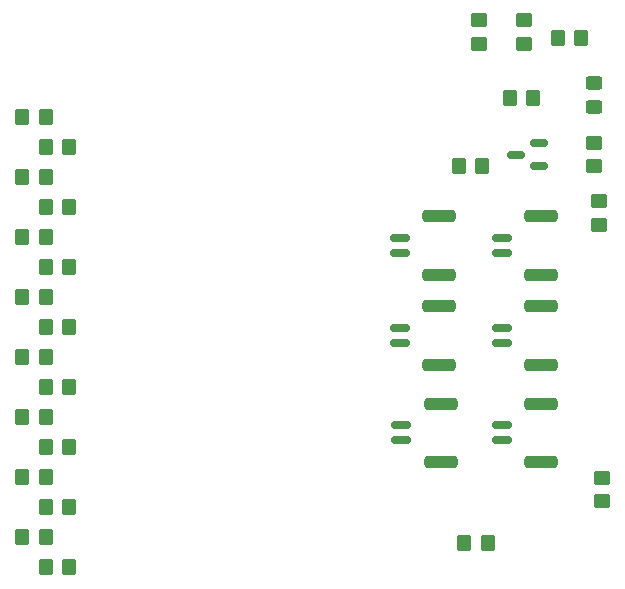
<source format=gbr>
%TF.GenerationSoftware,KiCad,Pcbnew,(6.0.7)*%
%TF.CreationDate,2022-12-23T20:25:59-08:00*%
%TF.ProjectId,SensorStackBoardBluePill,53656e73-6f72-4537-9461-636b426f6172,rev?*%
%TF.SameCoordinates,Original*%
%TF.FileFunction,Paste,Top*%
%TF.FilePolarity,Positive*%
%FSLAX46Y46*%
G04 Gerber Fmt 4.6, Leading zero omitted, Abs format (unit mm)*
G04 Created by KiCad (PCBNEW (6.0.7)) date 2022-12-23 20:25:59*
%MOMM*%
%LPD*%
G01*
G04 APERTURE LIST*
G04 Aperture macros list*
%AMRoundRect*
0 Rectangle with rounded corners*
0 $1 Rounding radius*
0 $2 $3 $4 $5 $6 $7 $8 $9 X,Y pos of 4 corners*
0 Add a 4 corners polygon primitive as box body*
4,1,4,$2,$3,$4,$5,$6,$7,$8,$9,$2,$3,0*
0 Add four circle primitives for the rounded corners*
1,1,$1+$1,$2,$3*
1,1,$1+$1,$4,$5*
1,1,$1+$1,$6,$7*
1,1,$1+$1,$8,$9*
0 Add four rect primitives between the rounded corners*
20,1,$1+$1,$2,$3,$4,$5,0*
20,1,$1+$1,$4,$5,$6,$7,0*
20,1,$1+$1,$6,$7,$8,$9,0*
20,1,$1+$1,$8,$9,$2,$3,0*%
G04 Aperture macros list end*
%ADD10RoundRect,0.250000X-0.350000X-0.450000X0.350000X-0.450000X0.350000X0.450000X-0.350000X0.450000X0*%
%ADD11RoundRect,0.250000X0.350000X0.450000X-0.350000X0.450000X-0.350000X-0.450000X0.350000X-0.450000X0*%
%ADD12RoundRect,0.250000X-0.450000X0.350000X-0.450000X-0.350000X0.450000X-0.350000X0.450000X0.350000X0*%
%ADD13RoundRect,0.150000X0.587500X0.150000X-0.587500X0.150000X-0.587500X-0.150000X0.587500X-0.150000X0*%
%ADD14RoundRect,0.150000X-0.700000X0.150000X-0.700000X-0.150000X0.700000X-0.150000X0.700000X0.150000X0*%
%ADD15RoundRect,0.250000X-1.150000X0.250000X-1.150000X-0.250000X1.150000X-0.250000X1.150000X0.250000X0*%
%ADD16RoundRect,0.250000X0.450000X-0.325000X0.450000X0.325000X-0.450000X0.325000X-0.450000X-0.325000X0*%
%ADD17RoundRect,0.250000X0.450000X-0.350000X0.450000X0.350000X-0.450000X0.350000X-0.450000X-0.350000X0*%
G04 APERTURE END LIST*
D10*
%TO.C,R12*%
X110085000Y-78010000D03*
X112085000Y-78010000D03*
%TD*%
%TO.C,R14*%
X110085000Y-88170000D03*
X112085000Y-88170000D03*
%TD*%
%TO.C,R1*%
X108070000Y-60230000D03*
X110070000Y-60230000D03*
%TD*%
D11*
%TO.C,R18*%
X151368000Y-58674000D03*
X149368000Y-58674000D03*
%TD*%
%TO.C,R17*%
X155432000Y-53594000D03*
X153432000Y-53594000D03*
%TD*%
%TO.C,R21*%
X147500000Y-96300000D03*
X145500000Y-96300000D03*
%TD*%
D12*
%TO.C,R24*%
X146733500Y-52086000D03*
X146733500Y-54086000D03*
%TD*%
D10*
%TO.C,R6*%
X108070000Y-85630000D03*
X110070000Y-85630000D03*
%TD*%
D12*
%TO.C,R23*%
X156900000Y-67400000D03*
X156900000Y-69400000D03*
%TD*%
%TO.C,R19*%
X156464000Y-62434000D03*
X156464000Y-64434000D03*
%TD*%
D10*
%TO.C,R2*%
X108070000Y-65310000D03*
X110070000Y-65310000D03*
%TD*%
%TO.C,R5*%
X108070000Y-80550000D03*
X110070000Y-80550000D03*
%TD*%
D13*
%TO.C,Q1*%
X151813500Y-64384000D03*
X151813500Y-62484000D03*
X149938500Y-63434000D03*
%TD*%
D14*
%TO.C,J11*%
X148672000Y-86370000D03*
X148672000Y-87620000D03*
D15*
X152022000Y-84520000D03*
X152022000Y-89470000D03*
%TD*%
D10*
%TO.C,R16*%
X110085000Y-98330000D03*
X112085000Y-98330000D03*
%TD*%
%TO.C,R7*%
X108070000Y-90710000D03*
X110070000Y-90710000D03*
%TD*%
%TO.C,R8*%
X108070000Y-95790000D03*
X110070000Y-95790000D03*
%TD*%
%TO.C,R10*%
X110085000Y-67850000D03*
X112085000Y-67850000D03*
%TD*%
D12*
%TO.C,R25*%
X150543500Y-52086000D03*
X150543500Y-54086000D03*
%TD*%
D10*
%TO.C,R20*%
X145050000Y-64389000D03*
X147050000Y-64389000D03*
%TD*%
%TO.C,R13*%
X110085000Y-83090000D03*
X112085000Y-83090000D03*
%TD*%
D14*
%TO.C,J8*%
X140163000Y-86370000D03*
X140163000Y-87620000D03*
D15*
X143513000Y-84520000D03*
X143513000Y-89470000D03*
%TD*%
D16*
%TO.C,D1*%
X156464000Y-59445000D03*
X156464000Y-57395000D03*
%TD*%
D17*
%TO.C,R22*%
X157200000Y-92800000D03*
X157200000Y-90800000D03*
%TD*%
D10*
%TO.C,R11*%
X110085000Y-72930000D03*
X112085000Y-72930000D03*
%TD*%
%TO.C,R3*%
X108070000Y-70390000D03*
X110070000Y-70390000D03*
%TD*%
%TO.C,R9*%
X110085000Y-62770000D03*
X112085000Y-62770000D03*
%TD*%
D14*
%TO.C,J10*%
X148672000Y-78115000D03*
X148672000Y-79365000D03*
D15*
X152022000Y-76265000D03*
X152022000Y-81215000D03*
%TD*%
D14*
%TO.C,J9*%
X148672000Y-70495000D03*
X148672000Y-71745000D03*
D15*
X152022000Y-68645000D03*
X152022000Y-73595000D03*
%TD*%
D10*
%TO.C,R4*%
X108070000Y-75470000D03*
X110070000Y-75470000D03*
%TD*%
%TO.C,R15*%
X110085000Y-93250000D03*
X112085000Y-93250000D03*
%TD*%
D14*
%TO.C,J7*%
X140036000Y-78115000D03*
X140036000Y-79365000D03*
D15*
X143386000Y-81215000D03*
X143386000Y-76265000D03*
%TD*%
D14*
%TO.C,J6*%
X140036000Y-70495000D03*
X140036000Y-71745000D03*
D15*
X143386000Y-68645000D03*
X143386000Y-73595000D03*
%TD*%
M02*

</source>
